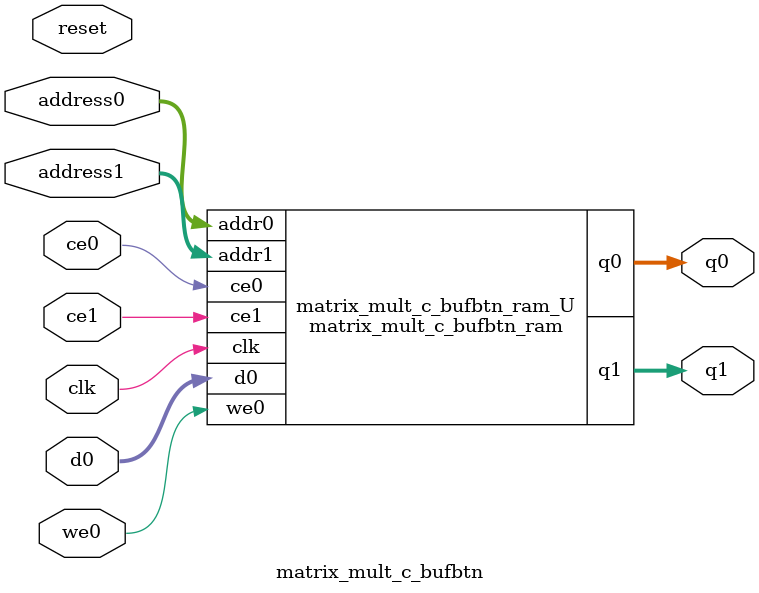
<source format=v>
`timescale 1 ns / 1 ps
module matrix_mult_c_bufbtn_ram (addr0, ce0, d0, we0, q0, addr1, ce1, q1,  clk);

parameter DWIDTH = 32;
parameter AWIDTH = 8;
parameter MEM_SIZE = 200;

input[AWIDTH-1:0] addr0;
input ce0;
input[DWIDTH-1:0] d0;
input we0;
output reg[DWIDTH-1:0] q0;
input[AWIDTH-1:0] addr1;
input ce1;
output reg[DWIDTH-1:0] q1;
input clk;

(* ram_style = "block" *)reg [DWIDTH-1:0] ram[0:MEM_SIZE-1];




always @(posedge clk)  
begin 
    if (ce0) begin
        if (we0) 
            ram[addr0] <= d0; 
        q0 <= ram[addr0];
    end
end


always @(posedge clk)  
begin 
    if (ce1) begin
        q1 <= ram[addr1];
    end
end


endmodule

`timescale 1 ns / 1 ps
module matrix_mult_c_bufbtn(
    reset,
    clk,
    address0,
    ce0,
    we0,
    d0,
    q0,
    address1,
    ce1,
    q1);

parameter DataWidth = 32'd32;
parameter AddressRange = 32'd200;
parameter AddressWidth = 32'd8;
input reset;
input clk;
input[AddressWidth - 1:0] address0;
input ce0;
input we0;
input[DataWidth - 1:0] d0;
output[DataWidth - 1:0] q0;
input[AddressWidth - 1:0] address1;
input ce1;
output[DataWidth - 1:0] q1;



matrix_mult_c_bufbtn_ram matrix_mult_c_bufbtn_ram_U(
    .clk( clk ),
    .addr0( address0 ),
    .ce0( ce0 ),
    .we0( we0 ),
    .d0( d0 ),
    .q0( q0 ),
    .addr1( address1 ),
    .ce1( ce1 ),
    .q1( q1 ));

endmodule


</source>
